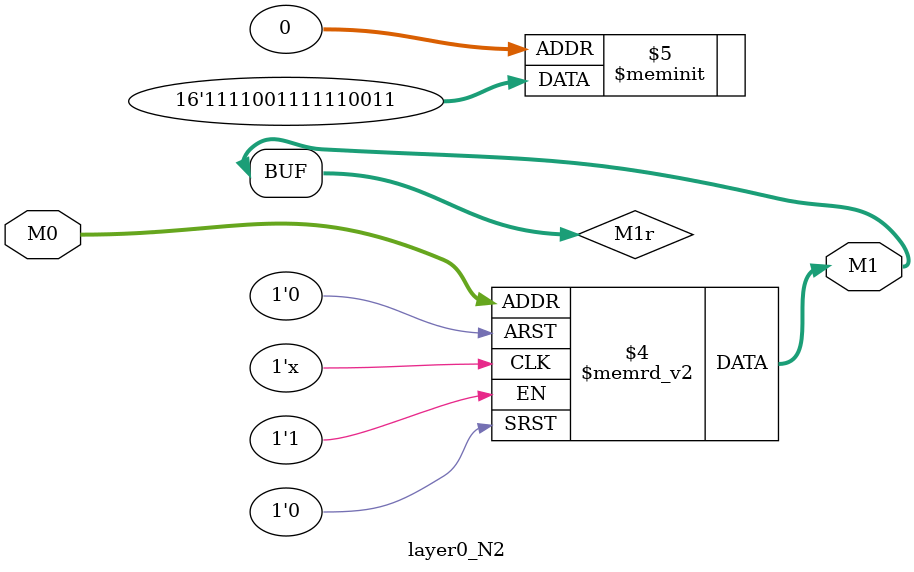
<source format=v>
module layer0_N2 ( input [2:0] M0, output [1:0] M1 );

	(*rom_style = "distributed" *) reg [1:0] M1r;
	assign M1 = M1r;
	always @ (M0) begin
		case (M0)
			3'b000: M1r = 2'b11;
			3'b100: M1r = 2'b11;
			3'b010: M1r = 2'b11;
			3'b110: M1r = 2'b11;
			3'b001: M1r = 2'b00;
			3'b101: M1r = 2'b00;
			3'b011: M1r = 2'b11;
			3'b111: M1r = 2'b11;

		endcase
	end
endmodule

</source>
